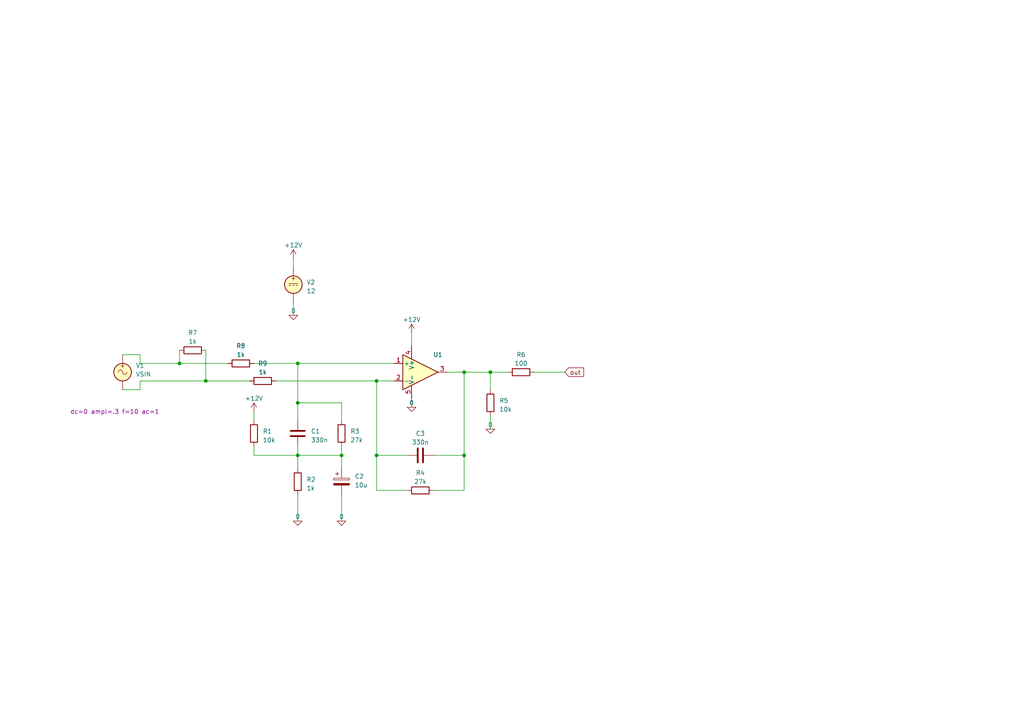
<source format=kicad_sch>
(kicad_sch (version 20230121) (generator eeschema)
  (paper "A4")
  (lib_symbols
    (symbol "Device:C" (pin_numbers hide) (pin_names (offset 0.254))
      (property "Reference" "C" (at 0.635 2.54 0))
      (property "Value" "C" (at 0.635 -2.54 0))
      (symbol "C_0_1"
        (polyline (pts (xy -2.032 -0.762) (xy 2.032 -0.762)) (stroke (width 0.508)))
        (polyline (pts (xy -2.032 0.762) (xy 2.032 0.762)) (stroke (width 0.508)))
      )
      (symbol "C_1_1"
        (pin passive line (at 0 3.81 270) (length 2.794) (name "~") (number "1"))
        (pin passive line (at 0 -3.81 90) (length 2.794) (name "~") (number "2"))
      )
    )
    (symbol "Device:C_Polarized" (pin_numbers hide) (pin_names (offset 0.254))
      (property "Reference" "C" (at 0.635 2.54 0))
      (property "Value" "C_Polarized" (at 0.635 -2.54 0))
      (symbol "C_Polarized_0_1"
        (rectangle (start -2.286 0.508) (end 2.286 1.016))
        (polyline (pts (xy -1.778 2.286) (xy -0.762 2.286)))
        (polyline (pts (xy -1.27 2.794) (xy -1.27 1.778)))
        (rectangle (start 2.286 -0.508) (end -2.286 -1.016) (fill (type outline)))
      )
      (symbol "C_Polarized_1_1"
        (pin passive line (at 0 3.81 270) (length 2.794) (name "~") (number "1"))
        (pin passive line (at 0 -3.81 90) (length 2.794) (name "~") (number "2"))
      )
    )
    (symbol "Device:R" (pin_numbers hide) (pin_names (offset 0))
      (property "Reference" "R" (at 2.032 0 90))
      (property "Value" "R" (at 0 0 90))
      (symbol "R_0_1"
        (rectangle (start -1.016 -2.54) (end 1.016 2.54) (stroke (width 0.254)))
      )
      (symbol "R_1_1"
        (pin passive line (at 0 3.81 270) (length 1.27) (name "~") (number "1"))
        (pin passive line (at 0 -3.81 90) (length 1.27) (name "~") (number "2"))
      )
    )
    (symbol "Simulation_SPICE:0" (power) (pin_names (offset 0))
      (property "Value" "0" (at 0 -1.778 0))
      (symbol "0_0_1"
        (polyline (pts (xy -1.27 0) (xy 0 -1.27) (xy 1.27 0) (xy -1.27 0)))
      )
      (symbol "0_1_1"
        (pin power_in line (at 0 0 0) (length 0) hide (name "0") (number "1"))
      )
    )
    (symbol "Simulation_SPICE:OPAMP" (pin_names (offset 0.254))
      (property "Reference" "U" (at 3.81 3.175 0))
      (property "Value" "${SIM.PARAMS}" (at 3.81 -3.175 0))
      (symbol "OPAMP_0_1"
        (polyline (pts (xy 5.08 0) (xy -5.08 5.08) (xy -5.08 -5.08) (xy 5.08 0)) (stroke (width 0.254)) (fill (type background)))
      )
      (symbol "OPAMP_1_1"
        (pin input line (at -7.62 2.54 0) (length 2.54) (name "+") (number "1"))
        (pin input line (at -7.62 -2.54 0) (length 2.54) (name "-") (number "2"))
        (pin output line (at 7.62 0 180) (length 2.54) (name "~") (number "3"))
        (pin power_in line (at -2.54 7.62 270) (length 3.81) (name "V+") (number "4"))
        (pin power_in line (at -2.54 -7.62 90) (length 3.81) (name "V-") (number "5"))
      )
    )
    (symbol "Simulation_SPICE:VDC" (pin_numbers hide) (pin_names (offset 0.0254))
      (property "Reference" "V" (at 2.54 2.54 0))
      (property "Value" "1" (at 2.54 0 0))
      (symbol "VDC_0_0"
        (polyline (pts (xy -1.27 0.254) (xy 1.27 0.254)))
        (polyline (pts (xy -0.762 -0.254) (xy -1.27 -0.254)))
        (polyline (pts (xy 0.254 -0.254) (xy -0.254 -0.254)))
        (polyline (pts (xy 1.27 -0.254) (xy 0.762 -0.254)))
        (text "+" (at 0 1.905 0) (effects (font (size 1.27 1.27))))
      )
      (symbol "VDC_0_1"
        (circle (center 0 0) (radius 2.54) (stroke (width 0.254)) (fill (type background)))
      )
      (symbol "VDC_1_1"
        (pin passive line (at 0 5.08 270) (length 2.54) (name "~") (number "1"))
        (pin passive line (at 0 -5.08 90) (length 2.54) (name "~") (number "2"))
      )
    )
    (symbol "Simulation_SPICE:VSIN" (pin_numbers hide) (pin_names (offset 0.0254))
      (property "Reference" "V" (at 2.54 2.54 0))
      (property "Value" "VSIN" (at 2.54 0 0))
      (property "Sim.Params" "dc=0 ampl=1 f=1k ac=1" (at 2.54 -2.54 0))
      (symbol "VSIN_0_0"
        (arc (start 0 0) (mid -0.635 0.6323) (end -1.27 0))
        (arc (start 0 0) (mid 0.635 -0.6323) (end 1.27 0))
        (text "+" (at 0 1.905 0) (effects (font (size 1.27 1.27))))
      )
      (symbol "VSIN_0_1"
        (circle (center 0 0) (radius 2.54) (stroke (width 0.254)) (fill (type background)))
      )
      (symbol "VSIN_1_1"
        (pin passive line (at 0 5.08 270) (length 2.54) (name "~") (number "1"))
        (pin passive line (at 0 -5.08 90) (length 2.54) (name "~") (number "2"))
      )
    )
    (symbol "power:+12V" (power) (pin_names (offset 0))
      (property "Value" "+12V" (at 0 3.556 0))
      (symbol "+12V_0_1"
        (polyline (pts (xy -0.762 1.27) (xy 0 2.54)))
        (polyline (pts (xy 0 0) (xy 0 2.54)))
        (polyline (pts (xy 0 2.54) (xy 0.762 1.27)))
      )
      (symbol "+12V_1_1"
        (pin power_in line (at 0 0 90) (length 0) hide (name "+12V") (number "1"))
      )
    )
  )
  (junction (at 109.22 110.49))
  (junction (at 134.62 107.95))
  (junction (at 59.69 110.49))
  (junction (at 86.36 132.08))
  (junction (at 86.36 116.84))
  (junction (at 99.06 132.08))
  (junction (at 86.36 105.41))
  (junction (at 52.07 105.41))
  (junction (at 109.22 132.08))
  (junction (at 142.24 107.95))
  (junction (at 134.62 132.08))
  (wire (pts (xy 99.06 132.08) (xy 99.06 135.89)))
  (wire (pts (xy 142.24 107.95) (xy 142.24 113.03)))
  (wire (pts (xy 40.64 110.49) (xy 59.69 110.49)))
  (wire (pts (xy 125.73 142.24) (xy 134.62 142.24)))
  (wire (pts (xy 35.56 102.87) (xy 40.64 102.87)))
  (wire (pts (xy 86.36 116.84) (xy 86.36 121.92)))
  (wire (pts (xy 73.66 132.08) (xy 86.36 132.08)))
  (wire (pts (xy 40.64 105.41) (xy 52.07 105.41)))
  (wire (pts (xy 109.22 142.24) (xy 118.11 142.24)))
  (wire (pts (xy 109.22 110.49) (xy 114.3 110.49)))
  (wire (pts (xy 73.66 129.54) (xy 73.66 132.08)))
  (wire (pts (xy 129.54 107.95) (xy 134.62 107.95)))
  (wire (pts (xy 99.06 116.84) (xy 86.36 116.84)))
  (wire (pts (xy 86.36 129.54) (xy 86.36 132.08)))
  (wire (pts (xy 80.01 110.49) (xy 109.22 110.49)))
  (wire (pts (xy 109.22 132.08) (xy 118.11 132.08)))
  (wire (pts (xy 134.62 107.95) (xy 134.62 132.08)))
  (wire (pts (xy 99.06 143.51) (xy 99.06 151.13)))
  (wire (pts (xy 40.64 102.87) (xy 40.64 105.41)))
  (wire (pts (xy 40.64 113.03) (xy 40.64 110.49)))
  (wire (pts (xy 52.07 105.41) (xy 66.04 105.41)))
  (wire (pts (xy 119.38 115.57) (xy 119.38 118.11)))
  (wire (pts (xy 86.36 143.51) (xy 86.36 151.13)))
  (wire (pts (xy 125.73 132.08) (xy 134.62 132.08)))
  (wire (pts (xy 52.07 101.6) (xy 52.07 105.41)))
  (wire (pts (xy 86.36 105.41) (xy 114.3 105.41)))
  (wire (pts (xy 109.22 110.49) (xy 109.22 132.08)))
  (wire (pts (xy 59.69 101.6) (xy 59.69 110.49)))
  (wire (pts (xy 142.24 107.95) (xy 147.32 107.95)))
  (wire (pts (xy 142.24 120.65) (xy 142.24 124.46)))
  (wire (pts (xy 134.62 132.08) (xy 134.62 142.24)))
  (wire (pts (xy 85.09 87.63) (xy 85.09 91.44)))
  (wire (pts (xy 86.36 132.08) (xy 99.06 132.08)))
  (wire (pts (xy 59.69 110.49) (xy 72.39 110.49)))
  (wire (pts (xy 73.66 105.41) (xy 86.36 105.41)))
  (wire (pts (xy 99.06 121.92) (xy 99.06 116.84)))
  (wire (pts (xy 119.38 96.52) (xy 119.38 100.33)))
  (wire (pts (xy 86.36 105.41) (xy 86.36 116.84)))
  (wire (pts (xy 134.62 107.95) (xy 142.24 107.95)))
  (wire (pts (xy 35.56 113.03) (xy 40.64 113.03)))
  (wire (pts (xy 73.66 119.38) (xy 73.66 121.92)))
  (wire (pts (xy 86.36 132.08) (xy 86.36 135.89)))
  (wire (pts (xy 85.09 74.93) (xy 85.09 77.47)))
  (wire (pts (xy 154.94 107.95) (xy 163.83 107.95)))
  (wire (pts (xy 109.22 132.08) (xy 109.22 142.24)))
  (wire (pts (xy 99.06 129.54) (xy 99.06 132.08)))
  (global_label "out" (shape input) (at 163.83 107.95 0) (property "Intersheetrefs" "${INTERSHEET_REFS}" (effects hide)))
  (symbol (lib_id "Device:R") (at 69.85 105.41 90) (unit 1)
    (property "Reference" "R8" (at 69.85 100.33 90))
    (property "Value" "1k" (at 69.85 102.87 90))
  )
  (symbol (lib_id "Simulation_SPICE:VSIN") (at 35.56 107.95 0) (unit 1)
    (property "Reference" "V1" (at 39.37 106.0092 0) (effects (justify left)))
    (property "Value" "VSIN" (at 39.37 108.5492 0) (effects (justify left)))
    (property "Sim.Pins" "1=+ 2=-" (effects hide))
    (property "Sim.Params" "dc=0 ampl=.3 f=10 ac=1" (at 20.32 119.38 0) (effects (justify left)))
    (property "Sim.Type" "SIN" (effects hide))
    (property "Sim.Device" "V" (effects hide))
  )
  (symbol (lib_id "Simulation_SPICE:0") (at 86.36 151.13 0) (unit 1)
    (property "Reference" "#GND02" (effects hide))
    (property "Value" "0" (at 86.36 149.86 0))
  )
  (symbol (lib_id "Device:R") (at 99.06 125.73 0) (unit 1)
    (property "Reference" "R3" (at 101.6 125.095 0) (effects (justify left)))
    (property "Value" "27k" (at 101.6 127.635 0) (effects (justify left)))
  )
  (symbol (lib_id "Simulation_SPICE:0") (at 99.06 151.13 0) (unit 1)
    (property "Reference" "#GND03" (effects hide))
    (property "Value" "0" (at 99.06 149.86 0))
  )
  (symbol (lib_id "Device:R") (at 121.92 142.24 90) (unit 1)
    (property "Reference" "R4" (at 121.92 137.16 90))
    (property "Value" "27k" (at 121.92 139.7 90))
  )
  (symbol (lib_id "Device:R") (at 73.66 125.73 0) (unit 1)
    (property "Reference" "R1" (at 76.2 125.095 0) (effects (justify left)))
    (property "Value" "10k" (at 76.2 127.635 0) (effects (justify left)))
  )
  (symbol (lib_id "Device:R") (at 151.13 107.95 90) (unit 1)
    (property "Reference" "R6" (at 151.13 102.87 90))
    (property "Value" "100" (at 151.13 105.41 90))
  )
  (symbol (lib_id "power:+12V") (at 73.66 119.38 0) (unit 1)
    (property "Reference" "#PWR01" (effects hide))
    (property "Value" "+12V" (at 73.66 115.57 0))
  )
  (symbol (lib_id "Device:C_Polarized") (at 99.06 139.7 0) (unit 1)
    (property "Reference" "C2" (at 102.87 138.176 0) (effects (justify left)))
    (property "Value" "10u" (at 102.87 140.716 0) (effects (justify left)))
  )
  (symbol (lib_id "Device:R") (at 142.24 116.84 0) (unit 1)
    (property "Reference" "R5" (at 144.78 116.205 0) (effects (justify left)))
    (property "Value" "10k" (at 144.78 118.745 0) (effects (justify left)))
  )
  (symbol (lib_id "Simulation_SPICE:0") (at 119.38 118.11 0) (unit 1)
    (property "Reference" "#GND04" (effects hide))
    (property "Value" "0" (at 119.38 116.84 0))
  )
  (symbol (lib_id "Device:C") (at 86.36 125.73 0) (unit 1)
    (property "Reference" "C1" (at 90.17 125.095 0) (effects (justify left)))
    (property "Value" "330n" (at 90.17 127.635 0) (effects (justify left)))
  )
  (symbol (lib_id "Simulation_SPICE:VDC") (at 85.09 82.55 0) (unit 1)
    (property "Reference" "V2" (at 88.9 81.8792 0) (effects (justify left)))
    (property "Value" "12" (at 88.9 84.4192 0) (effects (justify left)))
    (property "Sim.Pins" "1=+ 2=-" (effects hide))
    (property "Sim.Type" "DC" (effects hide))
    (property "Sim.Device" "V" (effects hide))
  )
  (symbol (lib_id "power:+12V") (at 85.09 74.93 0) (unit 1)
    (property "Reference" "#PWR02" (effects hide))
    (property "Value" "+12V" (at 85.09 71.12 0))
  )
  (symbol (lib_id "Device:R") (at 76.2 110.49 90) (unit 1)
    (property "Reference" "R9" (at 76.2 105.41 90))
    (property "Value" "1k" (at 76.2 107.95 90))
  )
  (symbol (lib_id "power:+12V") (at 119.38 96.52 0) (unit 1)
    (property "Reference" "#PWR03" (effects hide))
    (property "Value" "+12V" (at 119.38 92.71 0))
  )
  (symbol (lib_id "Simulation_SPICE:0") (at 142.24 124.46 0) (unit 1)
    (property "Reference" "#GND05" (effects hide))
    (property "Value" "0" (at 142.24 123.19 0))
  )
  (symbol (lib_id "Simulation_SPICE:OPAMP") (at 121.92 107.95 0) (unit 1)
    (property "Reference" "U1" (at 127 102.87 0))
    (property "Value" "${SIM.PARAMS}" (at 129.54 113.03 0))
    (property "Sim.Pins" "1=1 2=2 3=39 4=99 5=50" (effects hide))
    (property "Sim.Device" "SUBCKT" (effects hide))
    (property "Sim.Library" "op27g.lib" (effects hide))
    (property "Sim.Name" "OP27G" (effects hide))
  )
  (symbol (lib_id "Simulation_SPICE:0") (at 85.09 91.44 0) (unit 1)
    (property "Reference" "#GND01" (effects hide))
    (property "Value" "0" (at 85.09 90.17 0))
  )
  (symbol (lib_id "Device:C") (at 121.92 132.08 90) (unit 1)
    (property "Reference" "C3" (at 121.92 125.73 90))
    (property "Value" "330n" (at 121.92 128.27 90))
  )
  (symbol (lib_id "Device:R") (at 86.36 139.7 0) (unit 1)
    (property "Reference" "R2" (at 88.9 139.065 0) (effects (justify left)))
    (property "Value" "1k" (at 88.9 141.605 0) (effects (justify left)))
  )
  (symbol (lib_id "Device:R") (at 55.88 101.6 90) (unit 1)
    (property "Reference" "R7" (at 55.88 96.52 90))
    (property "Value" "1k" (at 55.88 99.06 90))
  )
)
</source>
